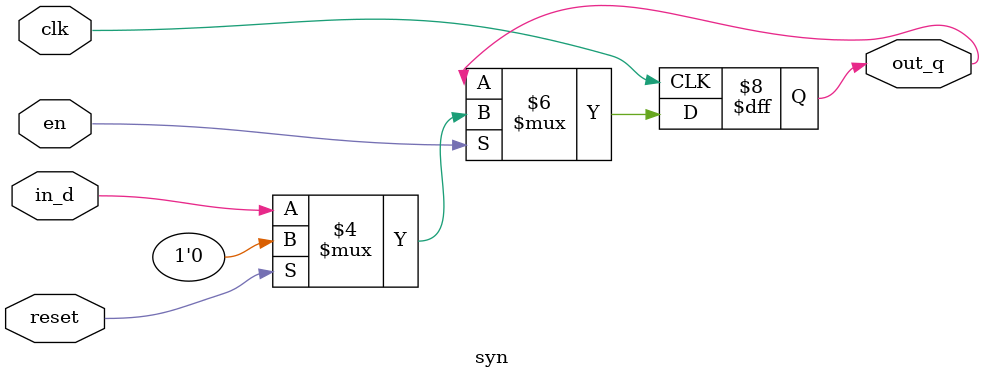
<source format=v>
module syn(clk, in_d, en, reset, out_q);
	input clk;
	input in_d;
	input en;
	input reset;
	output reg out_q;
	
	always @ (posedge clk)
	if (en)
	begin
		if (reset)
			out_q <= 0;
		else
			out_q <= in_d;
	end
	else
		out_q <= out_q;
endmodule
</source>
